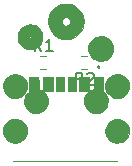
<source format=gbr>
%TF.GenerationSoftware,KiCad,Pcbnew,(5.1.10)-1*%
%TF.CreationDate,2021-08-30T23:33:42-07:00*%
%TF.ProjectId,MGB_USB_C,4d47425f-5553-4425-9f43-2e6b69636164,rev?*%
%TF.SameCoordinates,Original*%
%TF.FileFunction,Legend,Top*%
%TF.FilePolarity,Positive*%
%FSLAX46Y46*%
G04 Gerber Fmt 4.6, Leading zero omitted, Abs format (unit mm)*
G04 Created by KiCad (PCBNEW (5.1.10)-1) date 2021-08-30 23:33:42*
%MOMM*%
%LPD*%
G01*
G04 APERTURE LIST*
%ADD10C,0.120000*%
%ADD11C,0.100000*%
%ADD12C,0.200000*%
%ADD13C,0.010000*%
%ADD14C,0.150000*%
G04 APERTURE END LIST*
D10*
%TO.C,R2*%
X147476304Y-99942120D02*
X146966856Y-99942120D01*
X147476304Y-100987120D02*
X146966856Y-100987120D01*
%TO.C,R1*%
X143490856Y-100974420D02*
X144000304Y-100974420D01*
X143490856Y-99929420D02*
X144000304Y-99929420D01*
D11*
%TO.C,P1*%
X141202080Y-108843280D02*
X149992080Y-108843280D01*
D12*
X148422080Y-100943280D02*
X148422080Y-100943280D01*
X148422080Y-100743280D02*
X148422080Y-100743280D01*
X148422080Y-100743280D02*
G75*
G02*
X148422080Y-100943280I0J-100000D01*
G01*
X148422080Y-100943280D02*
G75*
G02*
X148422080Y-100743280I0J100000D01*
G01*
D13*
%TO.C,J1*%
G36*
X141509368Y-105268922D02*
G01*
X141654430Y-105297506D01*
X141789578Y-105351478D01*
X141917420Y-105427023D01*
X142068665Y-105551953D01*
X142188640Y-105700543D01*
X142276671Y-105867198D01*
X142332086Y-106046323D01*
X142354213Y-106232322D01*
X142342378Y-106419599D01*
X142295909Y-106602559D01*
X142214133Y-106775607D01*
X142098268Y-106931083D01*
X141947550Y-107070011D01*
X141783826Y-107169590D01*
X141603426Y-107231409D01*
X141402679Y-107257058D01*
X141343399Y-107257982D01*
X141192422Y-107248998D01*
X141063491Y-107225311D01*
X141038621Y-107218017D01*
X140857365Y-107139586D01*
X140701482Y-107031347D01*
X140572239Y-106898288D01*
X140470898Y-106745400D01*
X140398727Y-106577671D01*
X140356988Y-106400090D01*
X140346948Y-106217647D01*
X140369872Y-106035332D01*
X140427023Y-105858132D01*
X140519667Y-105691039D01*
X140620280Y-105567895D01*
X140767074Y-105437208D01*
X140922868Y-105344751D01*
X141094427Y-105287644D01*
X141288515Y-105263009D01*
X141339994Y-105261601D01*
X141509368Y-105268922D01*
G37*
X141509368Y-105268922D02*
X141654430Y-105297506D01*
X141789578Y-105351478D01*
X141917420Y-105427023D01*
X142068665Y-105551953D01*
X142188640Y-105700543D01*
X142276671Y-105867198D01*
X142332086Y-106046323D01*
X142354213Y-106232322D01*
X142342378Y-106419599D01*
X142295909Y-106602559D01*
X142214133Y-106775607D01*
X142098268Y-106931083D01*
X141947550Y-107070011D01*
X141783826Y-107169590D01*
X141603426Y-107231409D01*
X141402679Y-107257058D01*
X141343399Y-107257982D01*
X141192422Y-107248998D01*
X141063491Y-107225311D01*
X141038621Y-107218017D01*
X140857365Y-107139586D01*
X140701482Y-107031347D01*
X140572239Y-106898288D01*
X140470898Y-106745400D01*
X140398727Y-106577671D01*
X140356988Y-106400090D01*
X140346948Y-106217647D01*
X140369872Y-106035332D01*
X140427023Y-105858132D01*
X140519667Y-105691039D01*
X140620280Y-105567895D01*
X140767074Y-105437208D01*
X140922868Y-105344751D01*
X141094427Y-105287644D01*
X141288515Y-105263009D01*
X141339994Y-105261601D01*
X141509368Y-105268922D01*
G36*
X150150326Y-105265935D02*
G01*
X150350196Y-105320365D01*
X150528836Y-105409303D01*
X150683050Y-105528957D01*
X150809640Y-105675537D01*
X150905410Y-105845248D01*
X150967163Y-106034301D01*
X150991701Y-106238902D01*
X150991994Y-106264287D01*
X150973654Y-106468085D01*
X150917850Y-106653276D01*
X150823402Y-106822589D01*
X150689132Y-106978756D01*
X150679480Y-106988058D01*
X150533724Y-107107077D01*
X150380964Y-107189681D01*
X150213064Y-107239005D01*
X150021889Y-107258184D01*
X149977443Y-107258674D01*
X149848634Y-107252945D01*
X149740017Y-107234305D01*
X149656238Y-107208863D01*
X149473620Y-107123656D01*
X149317594Y-107009281D01*
X149189636Y-106870650D01*
X149091223Y-106712672D01*
X149023833Y-106540261D01*
X148988944Y-106358326D01*
X148988031Y-106171779D01*
X149022573Y-105985532D01*
X149094046Y-105804496D01*
X149188456Y-105653674D01*
X149322639Y-105508705D01*
X149481828Y-105393579D01*
X149659389Y-105310970D01*
X149848692Y-105263550D01*
X150043105Y-105253994D01*
X150150326Y-105265935D01*
G37*
X150150326Y-105265935D02*
X150350196Y-105320365D01*
X150528836Y-105409303D01*
X150683050Y-105528957D01*
X150809640Y-105675537D01*
X150905410Y-105845248D01*
X150967163Y-106034301D01*
X150991701Y-106238902D01*
X150991994Y-106264287D01*
X150973654Y-106468085D01*
X150917850Y-106653276D01*
X150823402Y-106822589D01*
X150689132Y-106978756D01*
X150679480Y-106988058D01*
X150533724Y-107107077D01*
X150380964Y-107189681D01*
X150213064Y-107239005D01*
X150021889Y-107258184D01*
X149977443Y-107258674D01*
X149848634Y-107252945D01*
X149740017Y-107234305D01*
X149656238Y-107208863D01*
X149473620Y-107123656D01*
X149317594Y-107009281D01*
X149189636Y-106870650D01*
X149091223Y-106712672D01*
X149023833Y-106540261D01*
X148988944Y-106358326D01*
X148988031Y-106171779D01*
X149022573Y-105985532D01*
X149094046Y-105804496D01*
X149188456Y-105653674D01*
X149322639Y-105508705D01*
X149481828Y-105393579D01*
X149659389Y-105310970D01*
X149848692Y-105263550D01*
X150043105Y-105253994D01*
X150150326Y-105265935D01*
G36*
X143334582Y-102213836D02*
G01*
X143340244Y-102735386D01*
X143424910Y-102760725D01*
X143611101Y-102836531D01*
X143771549Y-102941831D01*
X143905093Y-103071829D01*
X144010568Y-103221730D01*
X144086809Y-103386737D01*
X144132654Y-103562055D01*
X144146938Y-103742887D01*
X144128497Y-103924439D01*
X144076168Y-104101915D01*
X143988786Y-104270518D01*
X143865189Y-104425453D01*
X143835951Y-104454444D01*
X143673303Y-104581679D01*
X143493353Y-104671797D01*
X143300905Y-104723499D01*
X143100763Y-104735482D01*
X142901515Y-104707373D01*
X142714443Y-104640976D01*
X142545712Y-104539452D01*
X142399801Y-104407674D01*
X142281188Y-104250513D01*
X142194354Y-104072842D01*
X142144454Y-103883835D01*
X142134796Y-103696534D01*
X142161931Y-103505430D01*
X142222752Y-103320436D01*
X142314152Y-103151467D01*
X142412211Y-103029250D01*
X142514744Y-102922890D01*
X142509132Y-102307588D01*
X142503521Y-101692287D01*
X143328921Y-101692287D01*
X143334582Y-102213836D01*
G37*
X143334582Y-102213836D02*
X143340244Y-102735386D01*
X143424910Y-102760725D01*
X143611101Y-102836531D01*
X143771549Y-102941831D01*
X143905093Y-103071829D01*
X144010568Y-103221730D01*
X144086809Y-103386737D01*
X144132654Y-103562055D01*
X144146938Y-103742887D01*
X144128497Y-103924439D01*
X144076168Y-104101915D01*
X143988786Y-104270518D01*
X143865189Y-104425453D01*
X143835951Y-104454444D01*
X143673303Y-104581679D01*
X143493353Y-104671797D01*
X143300905Y-104723499D01*
X143100763Y-104735482D01*
X142901515Y-104707373D01*
X142714443Y-104640976D01*
X142545712Y-104539452D01*
X142399801Y-104407674D01*
X142281188Y-104250513D01*
X142194354Y-104072842D01*
X142144454Y-103883835D01*
X142134796Y-103696534D01*
X142161931Y-103505430D01*
X142222752Y-103320436D01*
X142314152Y-103151467D01*
X142412211Y-103029250D01*
X142514744Y-102922890D01*
X142509132Y-102307588D01*
X142503521Y-101692287D01*
X143328921Y-101692287D01*
X143334582Y-102213836D01*
G36*
X147584160Y-102920554D02*
G01*
X147667345Y-102865505D01*
X147736222Y-102827603D01*
X147822175Y-102790389D01*
X147873720Y-102772351D01*
X147996910Y-102734246D01*
X148002572Y-102213267D01*
X148008233Y-101692287D01*
X148834154Y-101692287D01*
X148832362Y-102318505D01*
X148830571Y-102944723D01*
X148923220Y-103043773D01*
X149047307Y-103202167D01*
X149132272Y-103372131D01*
X149180036Y-103558607D01*
X149192827Y-103737088D01*
X149173086Y-103935100D01*
X149116662Y-104118833D01*
X149027756Y-104284994D01*
X148910566Y-104430294D01*
X148769294Y-104551440D01*
X148608138Y-104645142D01*
X148431299Y-104708108D01*
X148242977Y-104737047D01*
X148047370Y-104728668D01*
X147951092Y-104710175D01*
X147777766Y-104648354D01*
X147612516Y-104552249D01*
X147465370Y-104429281D01*
X147346357Y-104286875D01*
X147317478Y-104241197D01*
X147235826Y-104061553D01*
X147192198Y-103871198D01*
X147185841Y-103676407D01*
X147216004Y-103483457D01*
X147281933Y-103298621D01*
X147382876Y-103128174D01*
X147462382Y-103032828D01*
X147569134Y-102919954D01*
X146800994Y-102919954D01*
X146800994Y-101692287D01*
X147584160Y-101692287D01*
X147584160Y-102920554D01*
G37*
X147584160Y-102920554D02*
X147667345Y-102865505D01*
X147736222Y-102827603D01*
X147822175Y-102790389D01*
X147873720Y-102772351D01*
X147996910Y-102734246D01*
X148002572Y-102213267D01*
X148008233Y-101692287D01*
X148834154Y-101692287D01*
X148832362Y-102318505D01*
X148830571Y-102944723D01*
X148923220Y-103043773D01*
X149047307Y-103202167D01*
X149132272Y-103372131D01*
X149180036Y-103558607D01*
X149192827Y-103737088D01*
X149173086Y-103935100D01*
X149116662Y-104118833D01*
X149027756Y-104284994D01*
X148910566Y-104430294D01*
X148769294Y-104551440D01*
X148608138Y-104645142D01*
X148431299Y-104708108D01*
X148242977Y-104737047D01*
X148047370Y-104728668D01*
X147951092Y-104710175D01*
X147777766Y-104648354D01*
X147612516Y-104552249D01*
X147465370Y-104429281D01*
X147346357Y-104286875D01*
X147317478Y-104241197D01*
X147235826Y-104061553D01*
X147192198Y-103871198D01*
X147185841Y-103676407D01*
X147216004Y-103483457D01*
X147281933Y-103298621D01*
X147382876Y-103128174D01*
X147462382Y-103032828D01*
X147569134Y-102919954D01*
X146800994Y-102919954D01*
X146800994Y-101692287D01*
X147584160Y-101692287D01*
X147584160Y-102920554D01*
G36*
X141602032Y-101488539D02*
G01*
X141777197Y-101546954D01*
X141888205Y-101606259D01*
X142040519Y-101728035D01*
X142169753Y-101879887D01*
X142269765Y-102053096D01*
X142334412Y-102238939D01*
X142334714Y-102240215D01*
X142351321Y-102364954D01*
X142350758Y-102510038D01*
X142334310Y-102657713D01*
X142303266Y-102790227D01*
X142292594Y-102820983D01*
X142210805Y-102982951D01*
X142096218Y-103132436D01*
X141957049Y-103261496D01*
X141801516Y-103362187D01*
X141678660Y-103414446D01*
X141561642Y-103442260D01*
X141425203Y-103458196D01*
X141286400Y-103461436D01*
X141162287Y-103451162D01*
X141114259Y-103441528D01*
X140923236Y-103372114D01*
X140751933Y-103268486D01*
X140604892Y-103135105D01*
X140486658Y-102976432D01*
X140401772Y-102796929D01*
X140377607Y-102718130D01*
X140346853Y-102521115D01*
X140355092Y-102326454D01*
X140399531Y-102139242D01*
X140477380Y-101964571D01*
X140585846Y-101807533D01*
X140722138Y-101673222D01*
X140883465Y-101566731D01*
X141045585Y-101499555D01*
X141224921Y-101463408D01*
X141414172Y-101460213D01*
X141602032Y-101488539D01*
G37*
X141602032Y-101488539D02*
X141777197Y-101546954D01*
X141888205Y-101606259D01*
X142040519Y-101728035D01*
X142169753Y-101879887D01*
X142269765Y-102053096D01*
X142334412Y-102238939D01*
X142334714Y-102240215D01*
X142351321Y-102364954D01*
X142350758Y-102510038D01*
X142334310Y-102657713D01*
X142303266Y-102790227D01*
X142292594Y-102820983D01*
X142210805Y-102982951D01*
X142096218Y-103132436D01*
X141957049Y-103261496D01*
X141801516Y-103362187D01*
X141678660Y-103414446D01*
X141561642Y-103442260D01*
X141425203Y-103458196D01*
X141286400Y-103461436D01*
X141162287Y-103451162D01*
X141114259Y-103441528D01*
X140923236Y-103372114D01*
X140751933Y-103268486D01*
X140604892Y-103135105D01*
X140486658Y-102976432D01*
X140401772Y-102796929D01*
X140377607Y-102718130D01*
X140346853Y-102521115D01*
X140355092Y-102326454D01*
X140399531Y-102139242D01*
X140477380Y-101964571D01*
X140585846Y-101807533D01*
X140722138Y-101673222D01*
X140883465Y-101566731D01*
X141045585Y-101499555D01*
X141224921Y-101463408D01*
X141414172Y-101460213D01*
X141602032Y-101488539D01*
G36*
X150135395Y-101468475D02*
G01*
X150310571Y-101504185D01*
X150469243Y-101572918D01*
X150619322Y-101677518D01*
X150678605Y-101729931D01*
X150810722Y-101880873D01*
X150907509Y-102049975D01*
X150968764Y-102231765D01*
X150994279Y-102420771D01*
X150983852Y-102611520D01*
X150937275Y-102798541D01*
X150854344Y-102976363D01*
X150734855Y-103139511D01*
X150731575Y-103143158D01*
X150589992Y-103269793D01*
X150424404Y-103367187D01*
X150242796Y-103432952D01*
X150053157Y-103464701D01*
X149863472Y-103460045D01*
X149747517Y-103437338D01*
X149552639Y-103365267D01*
X149381979Y-103259547D01*
X149279839Y-103169526D01*
X149151665Y-103013824D01*
X149060270Y-102843730D01*
X149004775Y-102664193D01*
X148984304Y-102480165D01*
X148997979Y-102296595D01*
X149044923Y-102118433D01*
X149124257Y-101950628D01*
X149235104Y-101798132D01*
X149376586Y-101665894D01*
X149547827Y-101558864D01*
X149567051Y-101549502D01*
X149652085Y-101511175D01*
X149721566Y-101486993D01*
X149792031Y-101473074D01*
X149880014Y-101465536D01*
X149935805Y-101462945D01*
X150135395Y-101468475D01*
G37*
X150135395Y-101468475D02*
X150310571Y-101504185D01*
X150469243Y-101572918D01*
X150619322Y-101677518D01*
X150678605Y-101729931D01*
X150810722Y-101880873D01*
X150907509Y-102049975D01*
X150968764Y-102231765D01*
X150994279Y-102420771D01*
X150983852Y-102611520D01*
X150937275Y-102798541D01*
X150854344Y-102976363D01*
X150734855Y-103139511D01*
X150731575Y-103143158D01*
X150589992Y-103269793D01*
X150424404Y-103367187D01*
X150242796Y-103432952D01*
X150053157Y-103464701D01*
X149863472Y-103460045D01*
X149747517Y-103437338D01*
X149552639Y-103365267D01*
X149381979Y-103259547D01*
X149279839Y-103169526D01*
X149151665Y-103013824D01*
X149060270Y-102843730D01*
X149004775Y-102664193D01*
X148984304Y-102480165D01*
X148997979Y-102296595D01*
X149044923Y-102118433D01*
X149124257Y-101950628D01*
X149235104Y-101798132D01*
X149376586Y-101665894D01*
X149547827Y-101558864D01*
X149567051Y-101549502D01*
X149652085Y-101511175D01*
X149721566Y-101486993D01*
X149792031Y-101473074D01*
X149880014Y-101465536D01*
X149935805Y-101462945D01*
X150135395Y-101468475D01*
G36*
X144536160Y-102919954D02*
G01*
X143752994Y-102919954D01*
X143752994Y-101692287D01*
X144536160Y-101692287D01*
X144536160Y-102919954D01*
G37*
X144536160Y-102919954D02*
X143752994Y-102919954D01*
X143752994Y-101692287D01*
X144536160Y-101692287D01*
X144536160Y-102919954D01*
G36*
X145530994Y-102919954D02*
G01*
X144811327Y-102919954D01*
X144811327Y-101692287D01*
X145530994Y-101692287D01*
X145530994Y-102919954D01*
G37*
X145530994Y-102919954D02*
X144811327Y-102919954D01*
X144811327Y-101692287D01*
X145530994Y-101692287D01*
X145530994Y-102919954D01*
G36*
X146525827Y-102919954D02*
G01*
X145806160Y-102919954D01*
X145806160Y-101692287D01*
X146525827Y-101692287D01*
X146525827Y-102919954D01*
G37*
X146525827Y-102919954D02*
X145806160Y-102919954D01*
X145806160Y-101692287D01*
X146525827Y-101692287D01*
X146525827Y-102919954D01*
G36*
X148805538Y-98261776D02*
G01*
X149001836Y-98320177D01*
X149180224Y-98416476D01*
X149338721Y-98549822D01*
X149357530Y-98569586D01*
X149482878Y-98728485D01*
X149571483Y-98898780D01*
X149628930Y-99091221D01*
X149629200Y-99092501D01*
X149650945Y-99291670D01*
X149633983Y-99484391D01*
X149581854Y-99666921D01*
X149498100Y-99835519D01*
X149386259Y-99986441D01*
X149249872Y-100115945D01*
X149092479Y-100220288D01*
X148917620Y-100295727D01*
X148728836Y-100338520D01*
X148529667Y-100344925D01*
X148451994Y-100337038D01*
X148250820Y-100288973D01*
X148067555Y-100205588D01*
X147905826Y-100091012D01*
X147769261Y-99949373D01*
X147661488Y-99784801D01*
X147586135Y-99601423D01*
X147546829Y-99403369D01*
X147541827Y-99301227D01*
X147561401Y-99090315D01*
X147617842Y-98894992D01*
X147707729Y-98718706D01*
X147827641Y-98564901D01*
X147974158Y-98437023D01*
X148143859Y-98338517D01*
X148333323Y-98272830D01*
X148539130Y-98243406D01*
X148593309Y-98242120D01*
X148805538Y-98261776D01*
G37*
X148805538Y-98261776D02*
X149001836Y-98320177D01*
X149180224Y-98416476D01*
X149338721Y-98549822D01*
X149357530Y-98569586D01*
X149482878Y-98728485D01*
X149571483Y-98898780D01*
X149628930Y-99091221D01*
X149629200Y-99092501D01*
X149650945Y-99291670D01*
X149633983Y-99484391D01*
X149581854Y-99666921D01*
X149498100Y-99835519D01*
X149386259Y-99986441D01*
X149249872Y-100115945D01*
X149092479Y-100220288D01*
X148917620Y-100295727D01*
X148728836Y-100338520D01*
X148529667Y-100344925D01*
X148451994Y-100337038D01*
X148250820Y-100288973D01*
X148067555Y-100205588D01*
X147905826Y-100091012D01*
X147769261Y-99949373D01*
X147661488Y-99784801D01*
X147586135Y-99601423D01*
X147546829Y-99403369D01*
X147541827Y-99301227D01*
X147561401Y-99090315D01*
X147617842Y-98894992D01*
X147707729Y-98718706D01*
X147827641Y-98564901D01*
X147974158Y-98437023D01*
X148143859Y-98338517D01*
X148333323Y-98272830D01*
X148539130Y-98243406D01*
X148593309Y-98242120D01*
X148805538Y-98261776D01*
G36*
X142831046Y-97265194D02*
G01*
X143021526Y-97319813D01*
X143195296Y-97412490D01*
X143355635Y-97544569D01*
X143363187Y-97552061D01*
X143498309Y-97712198D01*
X143593427Y-97883887D01*
X143650177Y-98071051D01*
X143670195Y-98277613D01*
X143670261Y-98288480D01*
X143667613Y-98385556D01*
X143660252Y-98478057D01*
X143649631Y-98549122D01*
X143646786Y-98561009D01*
X143578735Y-98739343D01*
X143476011Y-98909590D01*
X143346212Y-99061411D01*
X143196938Y-99184463D01*
X143180870Y-99195020D01*
X143018616Y-99276448D01*
X142835634Y-99329772D01*
X142644709Y-99352756D01*
X142458624Y-99343162D01*
X142398327Y-99331991D01*
X142195938Y-99265701D01*
X142014169Y-99162828D01*
X141855129Y-99024859D01*
X141721830Y-98854681D01*
X141632986Y-98678397D01*
X141581493Y-98482494D01*
X141568306Y-98309367D01*
X142553085Y-98309367D01*
X142568637Y-98338548D01*
X142610919Y-98363680D01*
X142655927Y-98350394D01*
X142681449Y-98321892D01*
X142692019Y-98284428D01*
X142669484Y-98250206D01*
X142626046Y-98227996D01*
X142584877Y-98236838D01*
X142556912Y-98267155D01*
X142553085Y-98309367D01*
X141568306Y-98309367D01*
X141567214Y-98295037D01*
X141584793Y-98087256D01*
X141638444Y-97899529D01*
X141730172Y-97726771D01*
X141851607Y-97574876D01*
X142008707Y-97436307D01*
X142185200Y-97335236D01*
X142379895Y-97272173D01*
X142591602Y-97247623D01*
X142620577Y-97247287D01*
X142831046Y-97265194D01*
G37*
X142831046Y-97265194D02*
X143021526Y-97319813D01*
X143195296Y-97412490D01*
X143355635Y-97544569D01*
X143363187Y-97552061D01*
X143498309Y-97712198D01*
X143593427Y-97883887D01*
X143650177Y-98071051D01*
X143670195Y-98277613D01*
X143670261Y-98288480D01*
X143667613Y-98385556D01*
X143660252Y-98478057D01*
X143649631Y-98549122D01*
X143646786Y-98561009D01*
X143578735Y-98739343D01*
X143476011Y-98909590D01*
X143346212Y-99061411D01*
X143196938Y-99184463D01*
X143180870Y-99195020D01*
X143018616Y-99276448D01*
X142835634Y-99329772D01*
X142644709Y-99352756D01*
X142458624Y-99343162D01*
X142398327Y-99331991D01*
X142195938Y-99265701D01*
X142014169Y-99162828D01*
X141855129Y-99024859D01*
X141721830Y-98854681D01*
X141632986Y-98678397D01*
X141581493Y-98482494D01*
X141568306Y-98309367D01*
X142553085Y-98309367D01*
X142568637Y-98338548D01*
X142610919Y-98363680D01*
X142655927Y-98350394D01*
X142681449Y-98321892D01*
X142692019Y-98284428D01*
X142669484Y-98250206D01*
X142626046Y-98227996D01*
X142584877Y-98236838D01*
X142556912Y-98267155D01*
X142553085Y-98309367D01*
X141568306Y-98309367D01*
X141567214Y-98295037D01*
X141584793Y-98087256D01*
X141638444Y-97899529D01*
X141730172Y-97726771D01*
X141851607Y-97574876D01*
X142008707Y-97436307D01*
X142185200Y-97335236D01*
X142379895Y-97272173D01*
X142591602Y-97247623D01*
X142620577Y-97247287D01*
X142831046Y-97265194D01*
G36*
X145959115Y-95510101D02*
G01*
X146064319Y-95535362D01*
X146298885Y-95621605D01*
X146511748Y-95743177D01*
X146700398Y-95897679D01*
X146862326Y-96082707D01*
X146995023Y-96295860D01*
X147089932Y-96517037D01*
X147113946Y-96589736D01*
X147130385Y-96652638D01*
X147140644Y-96716847D01*
X147146115Y-96793468D01*
X147148193Y-96893606D01*
X147148377Y-96982704D01*
X147147331Y-97107926D01*
X147143714Y-97202050D01*
X147136175Y-97276291D01*
X147123367Y-97341867D01*
X147103940Y-97409994D01*
X147092947Y-97443672D01*
X146993001Y-97678276D01*
X146859109Y-97889273D01*
X146694140Y-98073964D01*
X146500959Y-98229645D01*
X146282435Y-98353615D01*
X146041434Y-98443173D01*
X146028410Y-98446819D01*
X145915574Y-98468919D01*
X145777950Y-98482495D01*
X145631439Y-98487115D01*
X145491941Y-98482348D01*
X145375357Y-98467764D01*
X145361660Y-98464889D01*
X145110031Y-98388200D01*
X144881158Y-98276117D01*
X144675969Y-98129174D01*
X144530215Y-97987676D01*
X144385193Y-97796783D01*
X144274673Y-97585822D01*
X144199274Y-97360106D01*
X144159618Y-97124950D01*
X144158245Y-97025161D01*
X145296048Y-97025161D01*
X145323953Y-97126983D01*
X145378486Y-97216610D01*
X145454711Y-97288165D01*
X145547692Y-97335771D01*
X145652494Y-97353551D01*
X145764183Y-97335628D01*
X145778324Y-97330607D01*
X145878859Y-97272669D01*
X145952918Y-97189975D01*
X145998939Y-97090835D01*
X146015362Y-96983558D01*
X146000625Y-96876454D01*
X145953166Y-96777833D01*
X145894243Y-96713659D01*
X145787687Y-96648136D01*
X145675121Y-96620880D01*
X145563879Y-96630638D01*
X145461294Y-96676156D01*
X145374700Y-96756180D01*
X145339858Y-96808444D01*
X145299704Y-96917022D01*
X145296048Y-97025161D01*
X144158245Y-97025161D01*
X144156324Y-96885666D01*
X144190014Y-96647567D01*
X144261307Y-96415967D01*
X144329487Y-96268828D01*
X144462489Y-96062002D01*
X144624169Y-95883587D01*
X144810289Y-95735377D01*
X145016608Y-95619162D01*
X145238890Y-95536734D01*
X145472894Y-95489887D01*
X145714382Y-95480412D01*
X145959115Y-95510101D01*
G37*
X145959115Y-95510101D02*
X146064319Y-95535362D01*
X146298885Y-95621605D01*
X146511748Y-95743177D01*
X146700398Y-95897679D01*
X146862326Y-96082707D01*
X146995023Y-96295860D01*
X147089932Y-96517037D01*
X147113946Y-96589736D01*
X147130385Y-96652638D01*
X147140644Y-96716847D01*
X147146115Y-96793468D01*
X147148193Y-96893606D01*
X147148377Y-96982704D01*
X147147331Y-97107926D01*
X147143714Y-97202050D01*
X147136175Y-97276291D01*
X147123367Y-97341867D01*
X147103940Y-97409994D01*
X147092947Y-97443672D01*
X146993001Y-97678276D01*
X146859109Y-97889273D01*
X146694140Y-98073964D01*
X146500959Y-98229645D01*
X146282435Y-98353615D01*
X146041434Y-98443173D01*
X146028410Y-98446819D01*
X145915574Y-98468919D01*
X145777950Y-98482495D01*
X145631439Y-98487115D01*
X145491941Y-98482348D01*
X145375357Y-98467764D01*
X145361660Y-98464889D01*
X145110031Y-98388200D01*
X144881158Y-98276117D01*
X144675969Y-98129174D01*
X144530215Y-97987676D01*
X144385193Y-97796783D01*
X144274673Y-97585822D01*
X144199274Y-97360106D01*
X144159618Y-97124950D01*
X144158245Y-97025161D01*
X145296048Y-97025161D01*
X145323953Y-97126983D01*
X145378486Y-97216610D01*
X145454711Y-97288165D01*
X145547692Y-97335771D01*
X145652494Y-97353551D01*
X145764183Y-97335628D01*
X145778324Y-97330607D01*
X145878859Y-97272669D01*
X145952918Y-97189975D01*
X145998939Y-97090835D01*
X146015362Y-96983558D01*
X146000625Y-96876454D01*
X145953166Y-96777833D01*
X145894243Y-96713659D01*
X145787687Y-96648136D01*
X145675121Y-96620880D01*
X145563879Y-96630638D01*
X145461294Y-96676156D01*
X145374700Y-96756180D01*
X145339858Y-96808444D01*
X145299704Y-96917022D01*
X145296048Y-97025161D01*
X144158245Y-97025161D01*
X144156324Y-96885666D01*
X144190014Y-96647567D01*
X144261307Y-96415967D01*
X144329487Y-96268828D01*
X144462489Y-96062002D01*
X144624169Y-95883587D01*
X144810289Y-95735377D01*
X145016608Y-95619162D01*
X145238890Y-95536734D01*
X145472894Y-95489887D01*
X145714382Y-95480412D01*
X145959115Y-95510101D01*
%TO.C,R2*%
D14*
X147054913Y-102347000D02*
X146721580Y-101870810D01*
X146483484Y-102347000D02*
X146483484Y-101347000D01*
X146864437Y-101347000D01*
X146959675Y-101394620D01*
X147007294Y-101442239D01*
X147054913Y-101537477D01*
X147054913Y-101680334D01*
X147007294Y-101775572D01*
X146959675Y-101823191D01*
X146864437Y-101870810D01*
X146483484Y-101870810D01*
X147435865Y-101442239D02*
X147483484Y-101394620D01*
X147578722Y-101347000D01*
X147816818Y-101347000D01*
X147912056Y-101394620D01*
X147959675Y-101442239D01*
X148007294Y-101537477D01*
X148007294Y-101632715D01*
X147959675Y-101775572D01*
X147388246Y-102347000D01*
X148007294Y-102347000D01*
%TO.C,R1*%
X143578913Y-99474300D02*
X143245580Y-98998110D01*
X143007484Y-99474300D02*
X143007484Y-98474300D01*
X143388437Y-98474300D01*
X143483675Y-98521920D01*
X143531294Y-98569539D01*
X143578913Y-98664777D01*
X143578913Y-98807634D01*
X143531294Y-98902872D01*
X143483675Y-98950491D01*
X143388437Y-98998110D01*
X143007484Y-98998110D01*
X144531294Y-99474300D02*
X143959865Y-99474300D01*
X144245580Y-99474300D02*
X144245580Y-98474300D01*
X144150341Y-98617158D01*
X144055103Y-98712396D01*
X143959865Y-98760015D01*
%TD*%
M02*

</source>
